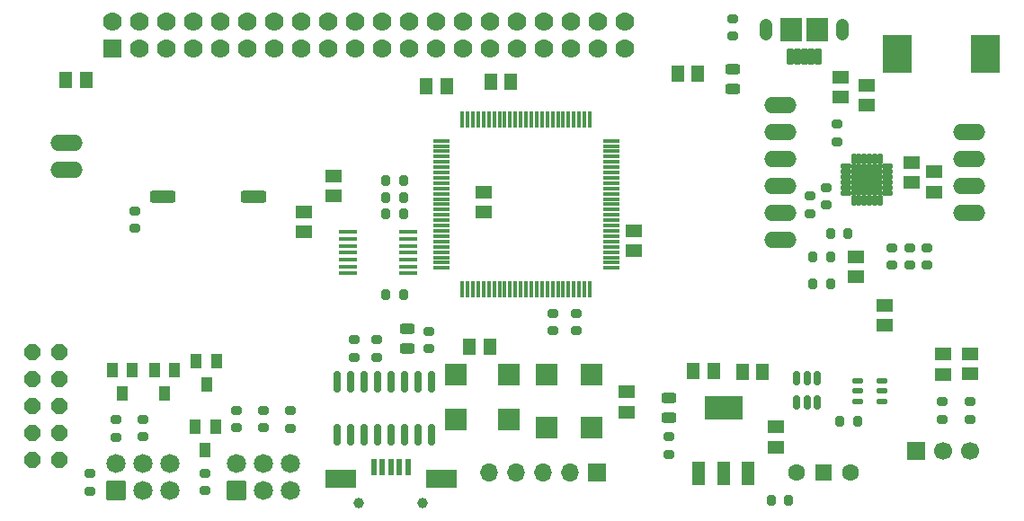
<source format=gbr>
%TF.GenerationSoftware,KiCad,Pcbnew,9.0.3*%
%TF.CreationDate,2025-12-03T20:13:16+05:30*%
%TF.ProjectId,cpm_vehicle_pcb,63706d5f-7665-4686-9963-6c655f706362,rev?*%
%TF.SameCoordinates,Original*%
%TF.FileFunction,Soldermask,Top*%
%TF.FilePolarity,Negative*%
%FSLAX46Y46*%
G04 Gerber Fmt 4.6, Leading zero omitted, Abs format (unit mm)*
G04 Created by KiCad (PCBNEW 9.0.3) date 2025-12-03 20:13:16*
%MOMM*%
%LPD*%
G01*
G04 APERTURE LIST*
G04 Aperture macros list*
%AMRoundRect*
0 Rectangle with rounded corners*
0 $1 Rounding radius*
0 $2 $3 $4 $5 $6 $7 $8 $9 X,Y pos of 4 corners*
0 Add a 4 corners polygon primitive as box body*
4,1,4,$2,$3,$4,$5,$6,$7,$8,$9,$2,$3,0*
0 Add four circle primitives for the rounded corners*
1,1,$1+$1,$2,$3*
1,1,$1+$1,$4,$5*
1,1,$1+$1,$6,$7*
1,1,$1+$1,$8,$9*
0 Add four rect primitives between the rounded corners*
20,1,$1+$1,$2,$3,$4,$5,0*
20,1,$1+$1,$4,$5,$6,$7,0*
20,1,$1+$1,$6,$7,$8,$9,0*
20,1,$1+$1,$8,$9,$2,$3,0*%
%AMOutline5P*
0 Free polygon, 5 corners , with rotation*
0 The origin of the aperture is its center*
0 number of corners: always 5*
0 $1 to $10 corner X, Y*
0 $11 Rotation angle, in degrees counterclockwise*
0 create outline with 5 corners*
4,1,5,$1,$2,$3,$4,$5,$6,$7,$8,$9,$10,$1,$2,$11*%
%AMOutline6P*
0 Free polygon, 6 corners , with rotation*
0 The origin of the aperture is its center*
0 number of corners: always 6*
0 $1 to $12 corner X, Y*
0 $13 Rotation angle, in degrees counterclockwise*
0 create outline with 6 corners*
4,1,6,$1,$2,$3,$4,$5,$6,$7,$8,$9,$10,$11,$12,$1,$2,$13*%
%AMOutline7P*
0 Free polygon, 7 corners , with rotation*
0 The origin of the aperture is its center*
0 number of corners: always 7*
0 $1 to $14 corner X, Y*
0 $15 Rotation angle, in degrees counterclockwise*
0 create outline with 7 corners*
4,1,7,$1,$2,$3,$4,$5,$6,$7,$8,$9,$10,$11,$12,$13,$14,$1,$2,$15*%
%AMOutline8P*
0 Free polygon, 8 corners , with rotation*
0 The origin of the aperture is its center*
0 number of corners: always 8*
0 $1 to $16 corner X, Y*
0 $17 Rotation angle, in degrees counterclockwise*
0 create outline with 8 corners*
4,1,8,$1,$2,$3,$4,$5,$6,$7,$8,$9,$10,$11,$12,$13,$14,$15,$16,$1,$2,$17*%
G04 Aperture macros list end*
%ADD10RoundRect,0.200000X-0.275000X0.200000X-0.275000X-0.200000X0.275000X-0.200000X0.275000X0.200000X0*%
%ADD11RoundRect,0.200000X0.200000X0.275000X-0.200000X0.275000X-0.200000X-0.275000X0.200000X-0.275000X0*%
%ADD12O,3.048000X1.524000*%
%ADD13RoundRect,0.250000X-0.970000X-0.310000X0.970000X-0.310000X0.970000X0.310000X-0.970000X0.310000X0*%
%ADD14RoundRect,0.200000X0.275000X-0.200000X0.275000X0.200000X-0.275000X0.200000X-0.275000X-0.200000X0*%
%ADD15R,1.500000X1.300000*%
%ADD16R,1.700000X1.700000*%
%ADD17C,1.700000*%
%ADD18R,1.000000X1.400000*%
%ADD19RoundRect,0.200000X-0.200000X-0.275000X0.200000X-0.275000X0.200000X0.275000X-0.200000X0.275000X0*%
%ADD20R,1.500000X0.350000*%
%ADD21R,0.350000X1.500000*%
%ADD22RoundRect,0.243750X0.456250X-0.243750X0.456250X0.243750X-0.456250X0.243750X-0.456250X-0.243750X0*%
%ADD23R,1.300000X1.500000*%
%ADD24O,1.700000X1.700000*%
%ADD25RoundRect,0.243750X-0.456250X0.243750X-0.456250X-0.243750X0.456250X-0.243750X0.456250X0.243750X0*%
%ADD26RoundRect,0.102000X0.200000X0.700000X-0.200000X0.700000X-0.200000X-0.700000X0.200000X-0.700000X0*%
%ADD27O,1.254000X2.054000*%
%ADD28RoundRect,0.102000X0.950000X1.000000X-0.950000X1.000000X-0.950000X-1.000000X0.950000X-1.000000X0*%
%ADD29R,2.000000X2.000000*%
%ADD30R,1.676400X0.355600*%
%ADD31R,1.500000X1.500000*%
%ADD32C,1.600000*%
%ADD33R,1.219200X2.235200*%
%ADD34R,3.600000X2.200000*%
%ADD35RoundRect,0.150000X-0.150000X0.512500X-0.150000X-0.512500X0.150000X-0.512500X0.150000X0.512500X0*%
%ADD36RoundRect,0.102000X-0.802500X-0.802500X0.802500X-0.802500X0.802500X0.802500X-0.802500X0.802500X0*%
%ADD37C,1.809000*%
%ADD38C,1.000000*%
%ADD39R,0.500000X1.500000*%
%ADD40R,3.000000X1.800000*%
%ADD41RoundRect,0.058000X-0.454000X-0.174000X0.454000X-0.174000X0.454000X0.174000X-0.454000X0.174000X0*%
%ADD42RoundRect,0.058000X-0.174000X-0.454000X0.174000X-0.454000X0.174000X0.454000X-0.174000X0.454000X0*%
%ADD43RoundRect,0.102000X-1.350000X-1.350000X1.350000X-1.350000X1.350000X1.350000X-1.350000X1.350000X0*%
%ADD44Outline8P,-0.762000X0.315631X-0.315631X0.762000X0.315631X0.762000X0.762000X0.315631X0.762000X-0.315631X0.315631X-0.762000X-0.315631X-0.762000X-0.762000X-0.315631X90.000000*%
%ADD45R,1.778000X1.778000*%
%ADD46C,1.778000*%
%ADD47RoundRect,0.150000X0.150000X-0.825000X0.150000X0.825000X-0.150000X0.825000X-0.150000X-0.825000X0*%
%ADD48R,2.700000X3.600000*%
%ADD49RoundRect,0.132500X-0.402500X0.132500X-0.402500X-0.132500X0.402500X-0.132500X0.402500X0.132500X0*%
G04 APERTURE END LIST*
D10*
%TO.C,R2*%
X116450000Y-81610000D03*
X116450000Y-83260000D03*
%TD*%
D11*
%TO.C,R29*%
X171505000Y-64940000D03*
X169855000Y-64940000D03*
%TD*%
D12*
%TO.C,A1*%
X165180000Y-52880000D03*
X165180000Y-55420000D03*
X165180000Y-57960000D03*
X165180000Y-60500000D03*
X165180000Y-63040000D03*
X165180000Y-65580000D03*
X182960000Y-63040000D03*
X182960000Y-60500000D03*
X182960000Y-57960000D03*
X182960000Y-55420000D03*
%TD*%
D13*
%TO.C,SW1*%
X106945000Y-61500000D03*
X115555000Y-61500000D03*
%TD*%
D10*
%TO.C,R3o1*%
X113910000Y-81630000D03*
X113910000Y-83280000D03*
%TD*%
D14*
%TO.C,R22*%
X177310000Y-67935000D03*
X177310000Y-66285000D03*
%TD*%
D15*
%TO.C,C9*%
X180440000Y-78210000D03*
X180440000Y-76310000D03*
%TD*%
%TO.C,C56*%
X137170000Y-61020000D03*
X137170000Y-62920000D03*
%TD*%
D16*
%TO.C,J6*%
X177920000Y-85400000D03*
D17*
X180460000Y-85400000D03*
X183000000Y-85400000D03*
%TD*%
D18*
%TO.C,Q12*%
X104110000Y-77815000D03*
X102210000Y-77815000D03*
X103160000Y-80015000D03*
%TD*%
D10*
%TO.C,R4*%
X143720000Y-72445000D03*
X143720000Y-74095000D03*
%TD*%
D19*
%TO.C,R8*%
X164275000Y-90060000D03*
X165925000Y-90060000D03*
%TD*%
D14*
%TO.C,R26*%
X127170000Y-76595000D03*
X127170000Y-74945000D03*
%TD*%
%TO.C,R5*%
X167920000Y-63065000D03*
X167920000Y-61415000D03*
%TD*%
D15*
%TO.C,C55*%
X151330000Y-64680000D03*
X151330000Y-66580000D03*
%TD*%
D10*
%TO.C,R15*%
X111000000Y-87545000D03*
X111000000Y-89195000D03*
%TD*%
D12*
%TO.C,R/W0*%
X97950000Y-58950000D03*
X97950000Y-56410000D03*
%TD*%
D20*
%TO.C,IC1*%
X133200000Y-56200000D03*
X133200000Y-56700000D03*
X133200000Y-57200000D03*
X133200000Y-57700000D03*
X133200000Y-58200000D03*
X133200000Y-58700000D03*
X133200000Y-59200000D03*
X133200000Y-59700000D03*
X133200000Y-60200000D03*
X133200000Y-60700000D03*
X133200000Y-61200000D03*
X133200000Y-61700000D03*
X133200000Y-62200000D03*
X133200000Y-62700000D03*
X133200000Y-63200000D03*
X133200000Y-63700000D03*
X133200000Y-64200000D03*
X133200000Y-64700000D03*
X133200000Y-65200000D03*
X133200000Y-65700000D03*
X133200000Y-66200000D03*
X133200000Y-66700000D03*
X133200000Y-67200000D03*
X133200000Y-67700000D03*
X133200000Y-68200000D03*
D21*
X135200000Y-70200000D03*
X135700000Y-70200000D03*
X136200000Y-70200000D03*
X136700000Y-70200000D03*
X137200000Y-70200000D03*
X137700000Y-70200000D03*
X138200000Y-70200000D03*
X138700000Y-70200000D03*
X139200000Y-70200000D03*
X139700000Y-70200000D03*
X140200000Y-70200000D03*
X140700000Y-70200000D03*
X141200000Y-70200000D03*
X141700000Y-70200000D03*
X142200000Y-70200000D03*
X142700000Y-70200000D03*
X143200000Y-70200000D03*
X143700000Y-70200000D03*
X144200000Y-70200000D03*
X144700000Y-70200000D03*
X145200000Y-70200000D03*
X145700000Y-70200000D03*
X146200000Y-70200000D03*
X146700000Y-70200000D03*
X147200000Y-70200000D03*
D20*
X149200000Y-68200000D03*
X149200000Y-67700000D03*
X149200000Y-67200000D03*
X149200000Y-66700000D03*
X149200000Y-66200000D03*
X149200000Y-65700000D03*
X149200000Y-65200000D03*
X149200000Y-64700000D03*
X149200000Y-64200000D03*
X149200000Y-63700000D03*
X149200000Y-63200000D03*
X149200000Y-62700000D03*
X149200000Y-62200000D03*
X149200000Y-61700000D03*
X149200000Y-61200000D03*
X149200000Y-60700000D03*
X149200000Y-60200000D03*
X149200000Y-59700000D03*
X149200000Y-59200000D03*
X149200000Y-58700000D03*
X149200000Y-58200000D03*
X149200000Y-57700000D03*
X149200000Y-57200000D03*
X149200000Y-56700000D03*
X149200000Y-56200000D03*
D21*
X147200000Y-54200000D03*
X146700000Y-54200000D03*
X146200000Y-54200000D03*
X145700000Y-54200000D03*
X145200000Y-54200000D03*
X144700000Y-54200000D03*
X144200000Y-54200000D03*
X143700000Y-54200000D03*
X143200000Y-54200000D03*
X142700000Y-54200000D03*
X142200000Y-54200000D03*
X141700000Y-54200000D03*
X141200000Y-54200000D03*
X140700000Y-54200000D03*
X140200000Y-54200000D03*
X139700000Y-54200000D03*
X139200000Y-54200000D03*
X138700000Y-54200000D03*
X138200000Y-54200000D03*
X137700000Y-54200000D03*
X137200000Y-54200000D03*
X136700000Y-54200000D03*
X136200000Y-54200000D03*
X135700000Y-54200000D03*
X135200000Y-54200000D03*
%TD*%
D15*
%TO.C,C61*%
X164720000Y-85080000D03*
X164720000Y-83180000D03*
%TD*%
D14*
%TO.C,R25*%
X182990000Y-82450000D03*
X182990000Y-80800000D03*
%TD*%
D18*
%TO.C,Q11*%
X111940000Y-83180000D03*
X110040000Y-83180000D03*
X110990000Y-85380000D03*
%TD*%
D10*
%TO.C,R7*%
X170520000Y-54645000D03*
X170520000Y-56295000D03*
%TD*%
D11*
%TO.C,R24*%
X172412500Y-82610000D03*
X170762500Y-82610000D03*
%TD*%
D22*
%TO.C,D2*%
X154630000Y-82335000D03*
X154630000Y-80460000D03*
%TD*%
D15*
%TO.C,C71*%
X150710000Y-79870000D03*
X150710000Y-81770000D03*
%TD*%
D10*
%TO.C,R9*%
X154630000Y-84095000D03*
X154630000Y-85745000D03*
%TD*%
D23*
%TO.C,C63*%
X161560000Y-77970000D03*
X163460000Y-77970000D03*
%TD*%
D16*
%TO.C,J3*%
X147842500Y-87475000D03*
D24*
X145302500Y-87475000D03*
X142762500Y-87475000D03*
X140222500Y-87475000D03*
X137682500Y-87475000D03*
%TD*%
D14*
%TO.C,R23*%
X178930000Y-67945000D03*
X178930000Y-66295000D03*
%TD*%
D19*
%TO.C,R30*%
X168205000Y-69670000D03*
X169855000Y-69670000D03*
%TD*%
D11*
%TO.C,R13*%
X129635000Y-61530000D03*
X127985000Y-61530000D03*
%TD*%
D23*
%TO.C,C10*%
X135880000Y-75630000D03*
X137780000Y-75630000D03*
%TD*%
%TO.C,C31*%
X99770000Y-50470000D03*
X97870000Y-50470000D03*
%TD*%
D10*
%TO.C,R6*%
X169460000Y-60595000D03*
X169460000Y-62245000D03*
%TD*%
D23*
%TO.C,C51*%
X137860000Y-50660000D03*
X139760000Y-50660000D03*
%TD*%
D25*
%TO.C,D3*%
X130000000Y-73942500D03*
X130000000Y-75817500D03*
%TD*%
D15*
%TO.C,C5*%
X172280000Y-67140000D03*
X172280000Y-69040000D03*
%TD*%
D22*
%TO.C,D4*%
X160680000Y-51357500D03*
X160680000Y-49482500D03*
%TD*%
D26*
%TO.C,J4*%
X168700000Y-48260000D03*
X168050000Y-48260000D03*
X167400000Y-48260000D03*
X166750000Y-48260000D03*
X166100000Y-48260000D03*
D27*
X170975000Y-45710000D03*
D28*
X168600000Y-45710000D03*
X166200000Y-45710000D03*
D27*
X163825000Y-45710000D03*
%TD*%
D29*
%TO.C,QG1*%
X147370000Y-83250000D03*
X147370000Y-78250000D03*
X143170000Y-78250000D03*
X143170000Y-83250000D03*
%TD*%
D14*
%TO.C,R28*%
X180430000Y-82450000D03*
X180430000Y-80800000D03*
%TD*%
D11*
%TO.C,R12*%
X129635000Y-59930000D03*
X127985000Y-59930000D03*
%TD*%
D23*
%TO.C,C53*%
X157380000Y-49900000D03*
X155480000Y-49900000D03*
%TD*%
D18*
%TO.C,Q14*%
X112060000Y-76950000D03*
X110160000Y-76950000D03*
X111110000Y-79150000D03*
%TD*%
D15*
%TO.C,C1*%
X173310000Y-50980000D03*
X173310000Y-52880000D03*
%TD*%
%TO.C,C41*%
X120250000Y-64790000D03*
X120250000Y-62890000D03*
%TD*%
D30*
%TO.C,U3*%
X124430600Y-64800000D03*
X124430600Y-65450000D03*
X124430600Y-66100000D03*
X124430600Y-66750000D03*
X124430600Y-67400000D03*
X124430600Y-68050000D03*
X124430600Y-68700000D03*
X130069400Y-68700000D03*
X130069400Y-68050000D03*
X130069400Y-67400000D03*
X130069400Y-66750000D03*
X130069400Y-66100000D03*
X130069400Y-65450000D03*
X130069400Y-64800000D03*
%TD*%
D15*
%TO.C,C2*%
X177480000Y-60140000D03*
X177480000Y-58240000D03*
%TD*%
D14*
%TO.C,R10*%
X132010000Y-75815000D03*
X132010000Y-74165000D03*
%TD*%
D31*
%TO.C,SW2*%
X169250000Y-87450000D03*
D32*
X171790000Y-87450000D03*
X166710000Y-87450000D03*
%TD*%
D15*
%TO.C,C11*%
X182980000Y-78200000D03*
X182980000Y-76300000D03*
%TD*%
D23*
%TO.C,C54*%
X133710000Y-51070000D03*
X131810000Y-51070000D03*
%TD*%
D10*
%TO.C,R17*%
X102592500Y-82500000D03*
X102592500Y-84150000D03*
%TD*%
D33*
%TO.C,P1*%
X157488600Y-87568800D03*
X159800000Y-87568800D03*
X162111400Y-87568800D03*
D34*
X159800000Y-81371000D03*
%TD*%
D10*
%TO.C,R18*%
X105140000Y-82445000D03*
X105140000Y-84095000D03*
%TD*%
D29*
%TO.C,QG2*%
X139560000Y-78270000D03*
X134560000Y-78270000D03*
X134560000Y-82470000D03*
X139560000Y-82470000D03*
%TD*%
D10*
%TO.C,R19*%
X175650000Y-66280000D03*
X175650000Y-67930000D03*
%TD*%
D35*
%TO.C,Q3*%
X168605000Y-78552500D03*
X167655000Y-78552500D03*
X166705000Y-78552500D03*
X166705000Y-80827500D03*
X167655000Y-80827500D03*
X168605000Y-80827500D03*
%TD*%
D14*
%TO.C,R27*%
X125050000Y-76595000D03*
X125050000Y-74945000D03*
%TD*%
D11*
%TO.C,R11*%
X129635000Y-70680000D03*
X127985000Y-70680000D03*
%TD*%
D15*
%TO.C,C42*%
X123100000Y-61420000D03*
X123100000Y-59520000D03*
%TD*%
D36*
%TO.C,J1*%
X102572500Y-89195000D03*
D37*
X102572500Y-86655000D03*
X105112500Y-89195000D03*
X105112500Y-86655000D03*
X107652500Y-89195000D03*
X107652500Y-86655000D03*
%TD*%
D18*
%TO.C,Q13*%
X108120000Y-77840000D03*
X106220000Y-77840000D03*
X107170000Y-80040000D03*
%TD*%
D10*
%TO.C,R1*%
X118990000Y-81655000D03*
X118990000Y-83305000D03*
%TD*%
D15*
%TO.C,C12*%
X174940000Y-73610000D03*
X174940000Y-71710000D03*
%TD*%
D10*
%TO.C,R3*%
X145930000Y-72485000D03*
X145930000Y-74135000D03*
%TD*%
D38*
%TO.C,J5*%
X131462500Y-90375000D03*
X125462500Y-90375000D03*
D39*
X130062500Y-86925000D03*
X129262500Y-86925000D03*
X128462500Y-86925000D03*
X127662500Y-86925000D03*
X126862500Y-86925000D03*
D40*
X133212500Y-88075000D03*
X123712500Y-88075000D03*
%TD*%
D10*
%TO.C,R20*%
X160680000Y-44705000D03*
X160680000Y-46355000D03*
%TD*%
D41*
%TO.C,U2*%
X171365000Y-58640000D03*
X171365000Y-59140000D03*
X171365000Y-59640000D03*
X171365000Y-60140000D03*
X171365000Y-60640000D03*
X171365000Y-61140000D03*
D42*
X172060000Y-61835000D03*
X172560000Y-61835000D03*
X173060000Y-61835000D03*
X173560000Y-61835000D03*
X174060000Y-61835000D03*
X174560000Y-61835000D03*
D41*
X175255000Y-61140000D03*
X175255000Y-60640000D03*
X175255000Y-60140000D03*
X175255000Y-59640000D03*
X175255000Y-59140000D03*
X175255000Y-58640000D03*
D42*
X174560000Y-57945000D03*
X174060000Y-57945000D03*
X173560000Y-57945000D03*
X173060000Y-57945000D03*
X172560000Y-57945000D03*
X172060000Y-57945000D03*
D43*
X173310000Y-59890000D03*
%TD*%
D44*
%TO.C,EXT_PINS0*%
X97260000Y-86260000D03*
X94720000Y-86260000D03*
X97260000Y-83720000D03*
X94720000Y-83720000D03*
X97260000Y-81180000D03*
X94720000Y-81180000D03*
X97260000Y-78640000D03*
X94720000Y-78640000D03*
X97260000Y-76100000D03*
X94720000Y-76100000D03*
%TD*%
D11*
%TO.C,R31*%
X169865000Y-67150000D03*
X168215000Y-67150000D03*
%TD*%
D10*
%TO.C,R16*%
X100110000Y-87565000D03*
X100110000Y-89215000D03*
%TD*%
D23*
%TO.C,C62*%
X158880000Y-77930000D03*
X156980000Y-77930000D03*
%TD*%
D45*
%TO.C,IC2*%
X102240000Y-47520000D03*
D46*
X102240000Y-44980000D03*
X104780000Y-47520000D03*
X104780000Y-44980000D03*
X107320000Y-47520000D03*
X107320000Y-44980000D03*
X109860000Y-47520000D03*
X109860000Y-44980000D03*
X112400000Y-47520000D03*
X112400000Y-44980000D03*
X114940000Y-47520000D03*
X114940000Y-44980000D03*
X117480000Y-47520000D03*
X117480000Y-44980000D03*
X120020000Y-47520000D03*
X120020000Y-44980000D03*
X122560000Y-47520000D03*
X122560000Y-44980000D03*
X125100000Y-47520000D03*
X125100000Y-44980000D03*
X127640000Y-47520000D03*
X127640000Y-44980000D03*
X130180000Y-47520000D03*
X130180000Y-44980000D03*
X132720000Y-47520000D03*
X132720000Y-44980000D03*
X135260000Y-47520000D03*
X135260000Y-44980000D03*
X137800000Y-47520000D03*
X137800000Y-44980000D03*
X140340000Y-47520000D03*
X140340000Y-44980000D03*
X142880000Y-47520000D03*
X142880000Y-44980000D03*
X145420000Y-47520000D03*
X145420000Y-44980000D03*
X147960000Y-47520000D03*
X147960000Y-44980000D03*
X150500000Y-47520000D03*
X150500000Y-44980000D03*
%TD*%
D11*
%TO.C,R14*%
X129655000Y-63110000D03*
X128005000Y-63110000D03*
%TD*%
D36*
%TO.C,J2*%
X113902500Y-89205000D03*
D37*
X113902500Y-86665000D03*
X116442500Y-89205000D03*
X116442500Y-86665000D03*
X118982500Y-89205000D03*
X118982500Y-86665000D03*
%TD*%
D15*
%TO.C,C6*%
X170810000Y-50190000D03*
X170810000Y-52090000D03*
%TD*%
D47*
%TO.C,U7*%
X123402500Y-83875000D03*
X124672500Y-83875000D03*
X125942500Y-83875000D03*
X127212500Y-83875000D03*
X128482500Y-83875000D03*
X129752500Y-83875000D03*
X131022500Y-83875000D03*
X132292500Y-83875000D03*
X132292500Y-78925000D03*
X131022500Y-78925000D03*
X129752500Y-78925000D03*
X128482500Y-78925000D03*
X127212500Y-78925000D03*
X125942500Y-78925000D03*
X124672500Y-78925000D03*
X123402500Y-78925000D03*
%TD*%
D48*
%TO.C,L2*%
X176140000Y-48000000D03*
X184440000Y-48000000D03*
%TD*%
D15*
%TO.C,C8*%
X179630000Y-61040000D03*
X179630000Y-59140000D03*
%TD*%
D10*
%TO.C,R21*%
X104320000Y-62830000D03*
X104320000Y-64480000D03*
%TD*%
D49*
%TO.C,U8*%
X172410000Y-78850000D03*
X172410000Y-79800000D03*
X172410000Y-80750000D03*
X174710000Y-80750000D03*
X174710000Y-79800000D03*
X174710000Y-78850000D03*
%TD*%
M02*

</source>
